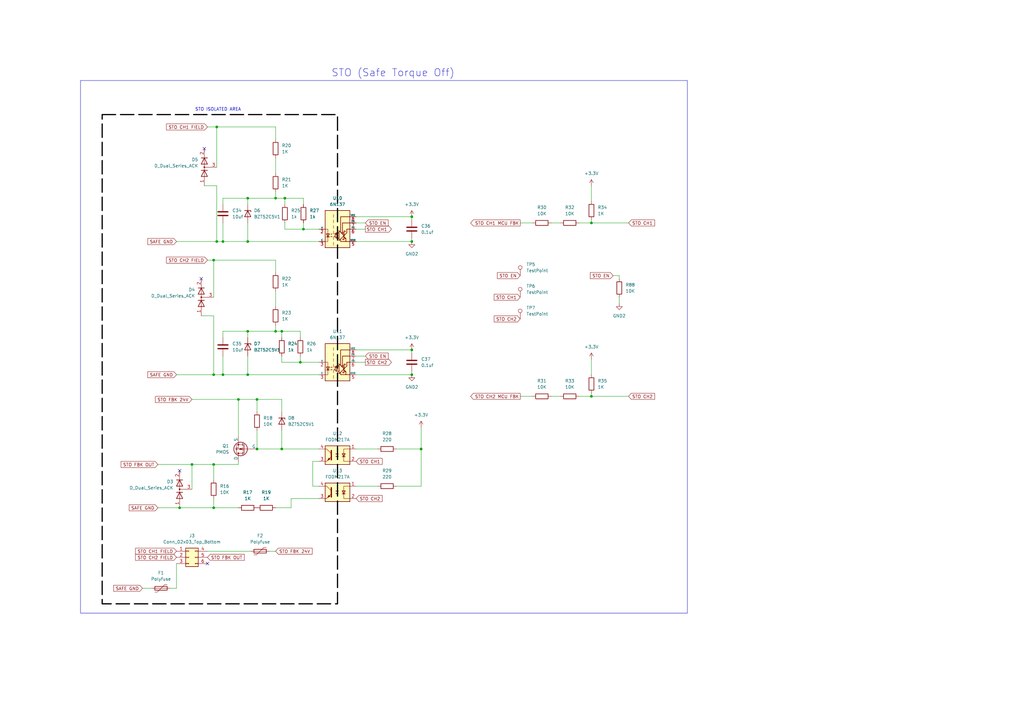
<source format=kicad_sch>
(kicad_sch (version 20231120) (generator "eeschema") (generator_version "8.0")
  (paper "A3")
  (lib_symbols
    (symbol "Connector:TestPoint" (pin_numbers hide) (pin_names (offset 0.762) hide)
      (property "Reference" "TP" (at 0 6.858 0))
      (property "Value" "TestPoint" (at 0 5.08 0))
      (symbol "TestPoint_0_1"
        (circle (center 0 3.302) (radius 0.762))
      )
      (symbol "TestPoint_1_1"
        (pin passive line (at 0 0 90) (length 2.54) (name "1") (number "1"))
      )
    )
    (symbol "Connector_Generic:Conn_02x03_Top_Bottom" (pin_names (offset 1.016) hide)
      (property "Reference" "J" (at 1.27 5.08 0))
      (property "Value" "Conn_02x03_Top_Bottom" (at 1.27 -5.08 0))
      (symbol "Conn_02x03_Top_Bottom_1_1"
        (rectangle (start -1.27 -2.413) (end 0 -2.667) (stroke (width 0.1524)))
        (rectangle (start -1.27 0.127) (end 0 -0.127) (stroke (width 0.1524)))
        (rectangle (start -1.27 2.667) (end 0 2.413) (stroke (width 0.1524)))
        (rectangle (start -1.27 3.81) (end 3.81 -3.81) (stroke (width 0.254)) (fill (type background)))
        (rectangle (start 3.81 -2.413) (end 2.54 -2.667) (stroke (width 0.1524)))
        (rectangle (start 3.81 0.127) (end 2.54 -0.127) (stroke (width 0.1524)))
        (rectangle (start 3.81 2.667) (end 2.54 2.413) (stroke (width 0.1524)))
        (pin passive line (at -5.08 2.54 0) (length 3.81) (name "Pin_1") (number "1"))
        (pin passive line (at -5.08 0 0) (length 3.81) (name "Pin_2") (number "2"))
        (pin passive line (at -5.08 -2.54 0) (length 3.81) (name "Pin_3") (number "3"))
        (pin passive line (at 7.62 2.54 180) (length 3.81) (name "Pin_4") (number "4"))
        (pin passive line (at 7.62 0 180) (length 3.81) (name "Pin_5") (number "5"))
        (pin passive line (at 7.62 -2.54 180) (length 3.81) (name "Pin_6") (number "6"))
      )
    )
    (symbol "Device:C" (pin_numbers hide) (pin_names (offset 0.254))
      (property "Reference" "C" (at 0.635 2.54 0))
      (property "Value" "C" (at 0.635 -2.54 0))
      (symbol "C_0_1"
        (polyline (pts (xy -2.032 -0.762) (xy 2.032 -0.762)) (stroke (width 0.508)))
        (polyline (pts (xy -2.032 0.762) (xy 2.032 0.762)) (stroke (width 0.508)))
      )
      (symbol "C_1_1"
        (pin passive line (at 0 3.81 270) (length 2.794) (name "~") (number "1"))
        (pin passive line (at 0 -3.81 90) (length 2.794) (name "~") (number "2"))
      )
    )
    (symbol "Device:D_Dual_Series_AKC" (pin_names (offset 0.762) hide)
      (property "Reference" "D" (at 1.27 -2.54 0))
      (property "Value" "D_Dual_Series_AKC" (at 0 2.54 0))
      (symbol "D_Dual_Series_AKC_0_1"
        (polyline (pts (xy -3.81 0) (xy 3.81 0)))
        (polyline (pts (xy 0 0) (xy 0 -2.54)))
        (polyline (pts (xy 6.35 0) (xy 7.62 0)))
        (polyline (pts (xy -1.27 -1.27) (xy -1.27 1.27) (xy -1.27 1.27)) (stroke (width 0.254)))
        (polyline (pts (xy 3.81 1.27) (xy 3.81 -1.27) (xy 3.81 -1.27)) (stroke (width 0.254)))
        (polyline (pts (xy -3.81 1.27) (xy -1.27 0) (xy -3.81 -1.27) (xy -3.81 1.27) (xy -3.81 1.27) (xy -3.81 1.27)) (stroke (width 0.254)))
        (polyline (pts (xy 1.27 1.27) (xy 3.81 0) (xy 1.27 -1.27) (xy 1.27 1.27) (xy 1.27 1.27) (xy 1.27 1.27)) (stroke (width 0.254)))
        (circle (center 0 0) (radius 0.254) (fill (type outline)))
        (pin passive line (at -7.62 0 0) (length 3.81) (name "A") (number "1"))
        (pin passive line (at 7.62 0 180) (length 3.81) (name "K") (number "2"))
        (pin passive line (at 0 -5.08 90) (length 2.54) (name "common") (number "3"))
      )
    )
    (symbol "Device:D_Zener" (pin_numbers hide) (pin_names (offset 1.016) hide)
      (property "Reference" "D" (at 0 2.54 0))
      (property "Value" "D_Zener" (at 0 -2.54 0))
      (symbol "D_Zener_0_1"
        (polyline (pts (xy 1.27 0) (xy -1.27 0)))
        (polyline (pts (xy -1.27 -1.27) (xy -1.27 1.27) (xy -0.762 1.27)) (stroke (width 0.254)))
        (polyline (pts (xy 1.27 -1.27) (xy 1.27 1.27) (xy -1.27 0) (xy 1.27 -1.27)) (stroke (width 0.254)))
      )
      (symbol "D_Zener_1_1"
        (pin passive line (at -3.81 0 0) (length 2.54) (name "K") (number "1"))
        (pin passive line (at 3.81 0 180) (length 2.54) (name "A") (number "2"))
      )
    )
    (symbol "Device:Polyfuse" (pin_numbers hide) (pin_names (offset 0))
      (property "Reference" "F" (at -2.54 0 90))
      (property "Value" "Polyfuse" (at 2.54 0 90))
      (symbol "Polyfuse_0_1"
        (rectangle (start -0.762 2.54) (end 0.762 -2.54) (stroke (width 0.254)))
        (polyline (pts (xy 0 2.54) (xy 0 -2.54)))
        (polyline (pts (xy -1.524 2.54) (xy -1.524 1.524) (xy 1.524 -1.524) (xy 1.524 -2.54)))
      )
      (symbol "Polyfuse_1_1"
        (pin passive line (at 0 3.81 270) (length 1.27) (name "~") (number "1"))
        (pin passive line (at 0 -3.81 90) (length 1.27) (name "~") (number "2"))
      )
    )
    (symbol "Device:R" (pin_numbers hide) (pin_names (offset 0))
      (property "Reference" "R" (at 2.032 0 90))
      (property "Value" "R" (at 0 0 90))
      (symbol "R_0_1"
        (rectangle (start -1.016 -2.54) (end 1.016 2.54) (stroke (width 0.254)))
      )
      (symbol "R_1_1"
        (pin passive line (at 0 3.81 270) (length 1.27) (name "~") (number "1"))
        (pin passive line (at 0 -3.81 90) (length 1.27) (name "~") (number "2"))
      )
    )
    (symbol "Isolator:6N137" (pin_names (offset 0))
      (property "Reference" "U" (at -4.064 8.89 0))
      (property "Value" "6N137" (at 0 -8.89 0))
      (symbol "6N137_0_1"
        (polyline (pts (xy 2.667 -3.556) (xy 2.667 -1.651)) (stroke (width 0.254)))
        (polyline (pts (xy 2.667 -2.159) (xy 2.667 -2.921)) (stroke (width 0.254)))
        (polyline (pts (xy 3.429 -3.937) (xy 3.429 -5.08)) (stroke (width 0.254)))
        (polyline (pts (xy -0.635 -3.302) (xy -0.635 -3.683) (xy 0.635 -3.683)) (stroke (width 0.254)))
        (polyline (pts (xy -0.635 -1.905) (xy -0.635 -1.524) (xy 0.508 -1.524)) (stroke (width 0.254)))
        (polyline (pts (xy 1.27 -4.064) (xy 1.27 -5.08) (xy 5.08 -5.08)) (stroke (width 0.254)))
        (polyline (pts (xy 1.27 -1.27) (xy 1.27 5.08) (xy 5.08 5.08)) (stroke (width 0.254)))
        (polyline (pts (xy 2.032 -1.27) (xy 2.032 2.54) (xy 5.08 2.54)) (stroke (width 0.254)))
        (polyline (pts (xy -5.08 -5.08) (xy -3.937 -5.08) (xy -3.937 0) (xy -5.08 0)))
        (polyline (pts (xy 2.667 -3.302) (xy 2.667 -4.318) (xy 2.159 -4.318) (xy 2.159 -3.937)) (stroke (width 0.254)))
        (polyline (pts (xy 2.667 -2.667) (xy 0.635 -4.699) (xy 0.635 -0.635) (xy 2.667 -2.667)) (stroke (width 0.254)))
        (polyline (pts (xy 2.667 -1.778) (xy 2.667 -0.762) (xy 3.175 -0.762) (xy 3.175 -1.143)) (stroke (width 0.254)))
        (polyline (pts (xy 2.794 -2.54) (xy 3.81 -1.524) (xy 3.81 0) (xy 5.08 0)) (stroke (width 0.254)))
        (polyline (pts (xy 2.667 -3.175) (xy 3.429 -3.937) (xy 3.302 -3.556) (xy 3.048 -3.81) (xy 3.429 -3.937)) (stroke (width 0.254)))
        (circle (center 2.032 -1.524) (radius 0.254) (stroke (width 0.254)))
      )
      (symbol "6N137_1_1"
        (rectangle (start -5.08 7.62) (end 5.08 -7.62) (stroke (width 0.254)) (fill (type background)))
        (polyline (pts (xy -4.572 -3.175) (xy -3.302 -3.175)) (stroke (width 0.254)))
        (polyline (pts (xy -1.651 -5.334) (xy -1.651 -6.604)))
        (polyline (pts (xy -1.651 -3.048) (xy -1.651 -4.318)))
        (polyline (pts (xy -1.651 -0.762) (xy -1.651 -2.032)))
        (polyline (pts (xy -1.651 1.524) (xy -1.651 0.254)))
        (polyline (pts (xy -1.651 3.81) (xy -1.651 2.54)))
        (polyline (pts (xy -1.651 6.096) (xy -1.651 4.826)))
        (polyline (pts (xy -1.27 -1.905) (xy 0 -1.905)) (stroke (width 0.254)))
        (polyline (pts (xy -3.937 -3.175) (xy -4.572 -1.905) (xy -3.302 -1.905) (xy -3.937 -3.175)) (stroke (width 0.254)))
        (polyline (pts (xy -0.635 -1.905) (xy -1.27 -3.175) (xy 0 -3.175) (xy -0.635 -1.905)) (stroke (width 0.254)))
        (polyline (pts (xy -2.921 -3.048) (xy -2.159 -3.048) (xy -2.54 -3.175) (xy -2.54 -2.921) (xy -2.159 -3.048)) (stroke (width 0.127)))
        (polyline (pts (xy -2.921 -2.032) (xy -2.159 -2.032) (xy -2.54 -2.159) (xy -2.54 -1.905) (xy -2.159 -2.032)) (stroke (width 0.127)))
        (pin no_connect line (at -5.08 5.08 0) (length 2.54) hide (name "NC") (number "1"))
        (pin passive line (at -7.62 0 0) (length 2.54) (name "A") (number "2"))
        (pin passive line (at -7.62 -5.08 0) (length 2.54) (name "C") (number "3"))
        (pin power_in line (at 7.62 -5.08 180) (length 2.54) (name "GND") (number "5"))
        (pin open_collector line (at 7.62 0 180) (length 2.54) (name "VO") (number "6"))
        (pin input line (at 7.62 2.54 180) (length 2.54) (name "EN") (number "7"))
        (pin power_in line (at 7.62 5.08 180) (length 2.54) (name "VCC") (number "8"))
      )
    )
    (symbol "Isolator:FODM217A"
      (property "Reference" "U" (at -5.08 5.08 0))
      (property "Value" "FODM217A" (at 0 5.08 0))
      (symbol "FODM217A_0_1"
        (rectangle (start -5.08 3.81) (end 5.08 -3.81) (stroke (width 0.254)) (fill (type background)))
        (polyline (pts (xy -3.175 -0.635) (xy -1.905 -0.635)) (stroke (width 0.254)))
        (polyline (pts (xy 2.54 0.635) (xy 4.445 2.54)))
        (polyline (pts (xy 4.445 -2.54) (xy 2.54 -0.635)) (fill (type outline)))
        (polyline (pts (xy 4.445 -2.54) (xy 5.08 -2.54)))
        (polyline (pts (xy 4.445 2.54) (xy 5.08 2.54)))
        (polyline (pts (xy -5.08 2.54) (xy -2.54 2.54) (xy -2.54 -0.635)))
        (polyline (pts (xy -2.54 -0.635) (xy -2.54 -2.54) (xy -5.08 -2.54)))
        (polyline (pts (xy 2.54 1.905) (xy 2.54 -1.905) (xy 2.54 -1.905)) (stroke (width 0.508)))
        (polyline (pts (xy -2.54 -0.635) (xy -3.175 0.635) (xy -1.905 0.635) (xy -2.54 -0.635)) (stroke (width 0.254)))
        (polyline (pts (xy -0.508 -0.508) (xy 0.762 -0.508) (xy 0.381 -0.635) (xy 0.381 -0.381) (xy 0.762 -0.508)))
        (polyline (pts (xy -0.508 0.508) (xy 0.762 0.508) (xy 0.381 0.381) (xy 0.381 0.635) (xy 0.762 0.508)))
        (polyline (pts (xy 3.048 -1.651) (xy 3.556 -1.143) (xy 4.064 -2.159) (xy 3.048 -1.651) (xy 3.048 -1.651)) (fill (type outline)))
      )
      (symbol "FODM217A_1_1"
        (pin passive line (at -7.62 2.54 0) (length 2.54) (name "~") (number "1"))
        (pin passive line (at -7.62 -2.54 0) (length 2.54) (name "~") (number "2"))
        (pin passive line (at 7.62 -2.54 180) (length 2.54) (name "~") (number "3"))
        (pin passive line (at 7.62 2.54 180) (length 2.54) (name "~") (number "4"))
      )
    )
    (symbol "Simulation_SPICE:PMOS" (pin_numbers hide) (pin_names (offset 0))
      (property "Reference" "Q8" (at 6.35 -1.27 0))
      (property "Value" "PMOS" (at 6.35 1.27 0))
      (symbol "PMOS_0_1"
        (polyline (pts (xy 0.254 0) (xy -2.54 0)))
        (polyline (pts (xy 0.254 1.905) (xy 0.254 -1.905)) (stroke (width 0.254)))
        (polyline (pts (xy 0.762 -1.27) (xy 0.762 -2.286)) (stroke (width 0.254)))
        (polyline (pts (xy 0.762 0.508) (xy 0.762 -0.508)) (stroke (width 0.254)))
        (polyline (pts (xy 0.762 2.286) (xy 0.762 1.27)) (stroke (width 0.254)))
        (polyline (pts (xy 2.54 2.54) (xy 2.54 1.778)))
        (polyline (pts (xy 2.54 -2.54) (xy 2.54 0) (xy 0.762 0)))
        (polyline (pts (xy 0.762 1.778) (xy 3.302 1.778) (xy 3.302 -1.778) (xy 0.762 -1.778)))
        (polyline (pts (xy 2.286 0) (xy 1.27 0.381) (xy 1.27 -0.381) (xy 2.286 0)) (fill (type outline)))
        (polyline (pts (xy 2.794 -0.508) (xy 2.921 -0.381) (xy 3.683 -0.381) (xy 3.81 -0.254)))
        (polyline (pts (xy 3.302 -0.381) (xy 2.921 0.254) (xy 3.683 0.254) (xy 3.302 -0.381)))
        (circle (center 1.651 0) (radius 2.794) (stroke (width 0.254)))
        (circle (center 2.54 -1.778) (radius 0.254) (fill (type outline)))
        (circle (center 2.54 1.778) (radius 0.254) (fill (type outline)))
      )
      (symbol "PMOS_1_1"
        (pin passive line (at 2.54 -5.08 90) (length 2.54) (name "S") (number "1"))
        (pin passive line (at 2.54 -5.08 90) (length 2.54) hide (name "S") (number "2"))
        (pin passive line (at 2.54 -5.08 90) (length 2.54) hide (name "S") (number "3"))
        (pin input line (at -5.08 0 0) (length 2.54) (name "G") (number "4"))
        (pin passive line (at 2.54 5.08 270) (length 2.54) (name "D") (number "5"))
        (pin passive line (at 2.54 5.08 270) (length 2.54) hide (name "D") (number "6"))
        (pin passive line (at 2.54 5.08 270) (length 2.54) hide (name "D") (number "7"))
        (pin passive line (at 2.54 5.08 270) (length 2.54) hide (name "D") (number "8"))
      )
    )
    (symbol "power:+3.3V" (power) (pin_names (offset 0))
      (property "Value" "+3.3V" (at 0 3.556 0))
      (symbol "+3.3V_0_1"
        (polyline (pts (xy -0.762 1.27) (xy 0 2.54)))
        (polyline (pts (xy 0 0) (xy 0 2.54)))
        (polyline (pts (xy 0 2.54) (xy 0.762 1.27)))
      )
      (symbol "+3.3V_1_1"
        (pin power_in line (at 0 0 90) (length 0) hide (name "+3.3V") (number "1"))
      )
    )
    (symbol "power:GND2" (power) (pin_names (offset 0))
      (property "Value" "GND2" (at 0 -3.81 0))
      (symbol "GND2_0_1"
        (polyline (pts (xy 0 0) (xy 0 -1.27) (xy 1.27 -1.27) (xy 0 -2.54) (xy -1.27 -1.27) (xy 0 -1.27)))
      )
      (symbol "GND2_1_1"
        (pin power_in line (at 0 0 270) (length 0) hide (name "GND2") (number "1"))
      )
    )
  )
  (junction (at 101.6 99.06))
  (junction (at 97.79 163.83))
  (junction (at 105.41 184.15))
  (junction (at 115.57 135.89))
  (junction (at 172.72 184.15))
  (junction (at 101.6 81.28))
  (junction (at 113.03 81.28))
  (junction (at 87.63 106.68))
  (junction (at 168.91 143.51))
  (junction (at 168.91 153.67))
  (junction (at 113.03 135.89))
  (junction (at 87.63 153.67))
  (junction (at 168.91 88.9))
  (junction (at 87.63 208.28))
  (junction (at 242.57 91.44))
  (junction (at 88.9 99.06))
  (junction (at 91.44 153.67))
  (junction (at 115.57 184.15))
  (junction (at 105.41 163.83))
  (junction (at 101.6 153.67))
  (junction (at 242.57 162.56))
  (junction (at 87.63 190.5))
  (junction (at 88.9 52.07))
  (junction (at 124.46 93.98))
  (junction (at 168.91 99.06))
  (junction (at 101.6 135.89))
  (junction (at 73.66 208.28))
  (junction (at 78.74 190.5))
  (junction (at 91.44 99.06))
  (junction (at 116.84 81.28))
  (junction (at 123.19 148.59))
  (no_connect (at 73.66 193.04))
  (no_connect (at 82.55 114.3))
  (no_connect (at 85.09 231.14))
  (no_connect (at 83.82 60.96))
  (wire (pts (xy 123.19 135.89) (xy 115.57 135.89)))
  (wire (pts (xy 146.05 91.44) (xy 149.86 91.44)))
  (wire (pts (xy 146.05 88.9) (xy 168.91 88.9)))
  (wire (pts (xy 115.57 163.83) (xy 105.41 163.83)))
  (wire (pts (xy 78.74 190.5) (xy 87.63 190.5)))
  (wire (pts (xy 87.63 153.67) (xy 91.44 153.67)))
  (wire (pts (xy 105.41 168.91) (xy 105.41 163.83)))
  (wire (pts (xy 115.57 146.05) (xy 115.57 148.59)))
  (wire (pts (xy 87.63 106.68) (xy 87.63 121.92)))
  (wire (pts (xy 146.05 99.06) (xy 168.91 99.06)))
  (wire (pts (xy 101.6 81.28) (xy 113.03 81.28)))
  (wire (pts (xy 146.05 93.98) (xy 149.86 93.98)))
  (wire (pts (xy 78.74 163.83) (xy 97.79 163.83)))
  (wire (pts (xy 146.05 146.05) (xy 149.86 146.05)))
  (wire (pts (xy 119.38 208.28) (xy 119.38 204.47)))
  (wire (pts (xy 85.09 106.68) (xy 87.63 106.68)))
  (wire (pts (xy 146.05 184.15) (xy 154.94 184.15)))
  (wire (pts (xy 237.49 162.56) (xy 242.57 162.56)))
  (wire (pts (xy 58.42 241.3) (xy 62.23 241.3)))
  (wire (pts (xy 168.91 88.9) (xy 168.91 90.17)))
  (wire (pts (xy 101.6 81.28) (xy 101.6 83.82)))
  (wire (pts (xy 85.09 52.07) (xy 88.9 52.07)))
  (wire (pts (xy 91.44 83.82) (xy 91.44 81.28)))
  (wire (pts (xy 254 114.3) (xy 254 113.03)))
  (wire (pts (xy 226.06 91.44) (xy 229.87 91.44)))
  (wire (pts (xy 124.46 93.98) (xy 130.81 93.98)))
  (wire (pts (xy 91.44 81.28) (xy 101.6 81.28)))
  (wire (pts (xy 116.84 91.44) (xy 116.84 93.98)))
  (wire (pts (xy 97.79 163.83) (xy 105.41 163.83)))
  (wire (pts (xy 113.03 133.35) (xy 113.03 135.89)))
  (wire (pts (xy 82.55 129.54) (xy 87.63 129.54)))
  (wire (pts (xy 69.85 241.3) (xy 72.39 241.3)))
  (wire (pts (xy 72.39 153.67) (xy 87.63 153.67)))
  (wire (pts (xy 97.79 163.83) (xy 97.79 179.07)))
  (wire (pts (xy 162.56 199.39) (xy 172.72 199.39)))
  (wire (pts (xy 124.46 83.82) (xy 124.46 81.28)))
  (wire (pts (xy 115.57 176.53) (xy 115.57 184.15)))
  (wire (pts (xy 87.63 106.68) (xy 113.03 106.68)))
  (wire (pts (xy 87.63 190.5) (xy 97.79 190.5)))
  (wire (pts (xy 101.6 135.89) (xy 113.03 135.89)))
  (wire (pts (xy 116.84 81.28) (xy 113.03 81.28)))
  (wire (pts (xy 128.27 199.39) (xy 128.27 189.23)))
  (wire (pts (xy 88.9 76.2) (xy 88.9 99.06)))
  (wire (pts (xy 73.66 208.28) (xy 87.63 208.28)))
  (wire (pts (xy 123.19 138.43) (xy 123.19 135.89)))
  (wire (pts (xy 113.03 208.28) (xy 119.38 208.28)))
  (wire (pts (xy 115.57 148.59) (xy 123.19 148.59)))
  (wire (pts (xy 113.03 119.38) (xy 113.03 125.73)))
  (wire (pts (xy 87.63 190.5) (xy 87.63 196.85)))
  (wire (pts (xy 101.6 153.67) (xy 130.81 153.67)))
  (wire (pts (xy 64.77 208.28) (xy 73.66 208.28)))
  (wire (pts (xy 168.91 143.51) (xy 168.91 144.78)))
  (wire (pts (xy 83.82 76.2) (xy 88.9 76.2)))
  (wire (pts (xy 88.9 99.06) (xy 91.44 99.06)))
  (wire (pts (xy 87.63 208.28) (xy 97.79 208.28)))
  (wire (pts (xy 88.9 52.07) (xy 113.03 52.07)))
  (wire (pts (xy 168.91 153.67) (xy 168.91 152.4)))
  (wire (pts (xy 101.6 91.44) (xy 101.6 99.06)))
  (wire (pts (xy 123.19 148.59) (xy 130.81 148.59)))
  (wire (pts (xy 91.44 99.06) (xy 101.6 99.06)))
  (wire (pts (xy 242.57 147.32) (xy 242.57 153.67)))
  (wire (pts (xy 213.36 162.56) (xy 218.44 162.56)))
  (wire (pts (xy 146.05 153.67) (xy 168.91 153.67)))
  (wire (pts (xy 64.77 190.5) (xy 78.74 190.5)))
  (wire (pts (xy 242.57 161.29) (xy 242.57 162.56)))
  (wire (pts (xy 172.72 199.39) (xy 172.72 184.15)))
  (wire (pts (xy 102.87 226.06) (xy 85.09 226.06)))
  (wire (pts (xy 113.03 52.07) (xy 113.03 57.15)))
  (wire (pts (xy 91.44 146.05) (xy 91.44 153.67)))
  (wire (pts (xy 115.57 135.89) (xy 115.57 138.43)))
  (wire (pts (xy 91.44 91.44) (xy 91.44 99.06)))
  (wire (pts (xy 146.05 143.51) (xy 168.91 143.51)))
  (wire (pts (xy 115.57 135.89) (xy 113.03 135.89)))
  (wire (pts (xy 88.9 68.58) (xy 88.9 52.07)))
  (wire (pts (xy 101.6 146.05) (xy 101.6 153.67)))
  (wire (pts (xy 91.44 153.67) (xy 101.6 153.67)))
  (wire (pts (xy 113.03 78.74) (xy 113.03 81.28)))
  (wire (pts (xy 124.46 91.44) (xy 124.46 93.98)))
  (wire (pts (xy 213.36 91.44) (xy 218.44 91.44)))
  (wire (pts (xy 87.63 204.47) (xy 87.63 208.28)))
  (wire (pts (xy 242.57 76.2) (xy 242.57 82.55)))
  (wire (pts (xy 168.91 99.06) (xy 168.91 97.79)))
  (wire (pts (xy 226.06 162.56) (xy 229.87 162.56)))
  (wire (pts (xy 251.46 113.03) (xy 254 113.03)))
  (wire (pts (xy 105.41 176.53) (xy 105.41 184.15)))
  (wire (pts (xy 242.57 162.56) (xy 257.81 162.56)))
  (wire (pts (xy 162.56 184.15) (xy 172.72 184.15)))
  (wire (pts (xy 115.57 184.15) (xy 130.81 184.15)))
  (wire (pts (xy 91.44 135.89) (xy 101.6 135.89)))
  (wire (pts (xy 87.63 129.54) (xy 87.63 153.67)))
  (wire (pts (xy 116.84 81.28) (xy 116.84 83.82)))
  (wire (pts (xy 105.41 184.15) (xy 115.57 184.15)))
  (wire (pts (xy 237.49 91.44) (xy 242.57 91.44)))
  (wire (pts (xy 172.72 184.15) (xy 172.72 175.26)))
  (wire (pts (xy 116.84 93.98) (xy 124.46 93.98)))
  (wire (pts (xy 146.05 199.39) (xy 154.94 199.39)))
  (wire (pts (xy 115.57 168.91) (xy 115.57 163.83)))
  (wire (pts (xy 254 121.92) (xy 254 124.46)))
  (wire (pts (xy 124.46 81.28) (xy 116.84 81.28)))
  (wire (pts (xy 113.03 106.68) (xy 113.03 111.76)))
  (wire (pts (xy 146.05 148.59) (xy 149.86 148.59)))
  (wire (pts (xy 78.74 190.5) (xy 78.74 200.66)))
  (wire (pts (xy 101.6 99.06) (xy 130.81 99.06)))
  (wire (pts (xy 101.6 135.89) (xy 101.6 138.43)))
  (wire (pts (xy 123.19 146.05) (xy 123.19 148.59)))
  (wire (pts (xy 91.44 138.43) (xy 91.44 135.89)))
  (wire (pts (xy 242.57 91.44) (xy 257.81 91.44)))
  (wire (pts (xy 97.79 189.23) (xy 97.79 190.5)))
  (wire (pts (xy 130.81 199.39) (xy 128.27 199.39)))
  (wire (pts (xy 113.03 64.77) (xy 113.03 71.12)))
  (wire (pts (xy 113.03 226.06) (xy 110.49 226.06)))
  (wire (pts (xy 128.27 189.23) (xy 130.81 189.23)))
  (wire (pts (xy 119.38 204.47) (xy 130.81 204.47)))
  (wire (pts (xy 72.39 241.3) (xy 72.39 231.14)))
  (wire (pts (xy 242.57 90.17) (xy 242.57 91.44)))
  (wire (pts (xy 72.39 99.06) (xy 88.9 99.06)))
  (rectangle (start 41.91 46.99) (end 138.43 247.65) (stroke (width 0.5) (type dash) (color 0 0 0 0.14)))
  (rectangle (start 33.02 33.02) (end 281.94 251.46))
  (text "STO (Safe Torque Off)" (at 135.89 31.75 0) (effects (font (size 3 3)) (justify left bottom)))
  (text "STO ISOLATED AREA" (at 80.01 45.72 0) (effects (font (size 1.27 1.27)) (justify left bottom)))
  (global_label "STO CH1 FIELD" (shape input) (at 85.09 52.07 180) (property "Intersheetrefs" "${INTERSHEET_REFS}" (effects (hide yes))))
  (global_label "SAFE GND" (shape input) (at 58.42 241.3 180) (property "Intersheetrefs" "${INTERSHEET_REFS}" (effects (hide yes))))
  (global_label "STO CH2" (shape input) (at 146.05 204.47 0) (property "Intersheetrefs" "${INTERSHEET_REFS}" (effects (hide yes))))
  (global_label "STO EN" (shape input) (at 251.46 113.03 180) (property "Intersheetrefs" "${INTERSHEET_REFS}" (effects (hide yes))))
  (global_label "STO CH1" (shape input) (at 257.81 91.44 0) (property "Intersheetrefs" "${INTERSHEET_REFS}" (effects (hide yes))))
  (global_label "STO EN" (shape input) (at 149.86 146.05 0) (property "Intersheetrefs" "${INTERSHEET_REFS}" (effects (hide yes))))
  (global_label "STO CH1 MCU FBK" (shape output) (at 213.36 91.44 180) (property "Intersheetrefs" "${INTERSHEET_REFS}" (effects (hide yes))))
  (global_label "STO EN" (shape input) (at 213.36 113.03 180) (property "Intersheetrefs" "${INTERSHEET_REFS}" (effects (hide yes))))
  (global_label "STO CH2" (shape output) (at 149.86 148.59 0) (property "Intersheetrefs" "${INTERSHEET_REFS}" (effects (hide yes))))
  (global_label "STO FBK OUT" (shape input) (at 85.09 228.6 0) (property "Intersheetrefs" "${INTERSHEET_REFS}" (effects (hide yes))))
  (global_label "STO CH2" (shape input) (at 213.36 130.81 180) (property "Intersheetrefs" "${INTERSHEET_REFS}" (effects (hide yes))))
  (global_label "STO CH2" (shape input) (at 257.81 162.56 0) (property "Intersheetrefs" "${INTERSHEET_REFS}" (effects (hide yes))))
  (global_label "SAFE GND" (shape input) (at 64.77 208.28 180) (property "Intersheetrefs" "${INTERSHEET_REFS}" (effects (hide yes))))
  (global_label "STO CH1" (shape input) (at 146.05 189.23 0) (property "Intersheetrefs" "${INTERSHEET_REFS}" (effects (hide yes))))
  (global_label "STO CH2 FIELD" (shape input) (at 85.09 106.68 180) (property "Intersheetrefs" "${INTERSHEET_REFS}" (effects (hide yes))))
  (global_label "STO CH2 FIELD" (shape input) (at 72.39 228.6 180) (property "Intersheetrefs" "${INTERSHEET_REFS}" (effects (hide yes))))
  (global_label "STO FBK OUT" (shape input) (at 64.77 190.5 180) (property "Intersheetrefs" "${INTERSHEET_REFS}" (effects (hide yes))))
  (global_label "STO CH1 FIELD" (shape input) (at 72.39 226.06 180) (property "Intersheetrefs" "${INTERSHEET_REFS}" (effects (hide yes))))
  (global_label "STO CH2 MCU FBK" (shape output) (at 213.36 162.56 180) (property "Intersheetrefs" "${INTERSHEET_REFS}" (effects (hide yes))))
  (global_label "STO FBK 24V" (shape input) (at 78.74 163.83 180) (property "Intersheetrefs" "${INTERSHEET_REFS}" (effects (hide yes))))
  (global_label "SAFE GND" (shape input) (at 72.39 153.67 180) (property "Intersheetrefs" "${INTERSHEET_REFS}" (effects (hide yes))))
  (global_label "STO CH1" (shape input) (at 213.36 121.92 180) (property "Intersheetrefs" "${INTERSHEET_REFS}" (effects (hide yes))))
  (global_label "STO CH1" (shape output) (at 149.86 93.98 0) (property "Intersheetrefs" "${INTERSHEET_REFS}" (effects (hide yes))))
  (global_label "STO FBK 24V" (shape input) (at 113.03 226.06 0) (property "Intersheetrefs" "${INTERSHEET_REFS}" (effects (hide yes))))
  (global_label "SAFE GND" (shape input) (at 72.39 99.06 180) (property "Intersheetrefs" "${INTERSHEET_REFS}" (effects (hide yes))))
  (global_label "STO EN" (shape input) (at 149.86 91.44 0) (property "Intersheetrefs" "${INTERSHEET_REFS}" (effects (hide yes))))
  (symbol (lib_id "Device:D_Dual_Series_AKC") (at 82.55 121.92 90) (unit 1)
    (property "Reference" "D4" (at 80.01 118.8085 90) (effects (justify left)))
    (property "Value" "D_Dual_Series_ACK" (at 80.01 121.3485 90) (effects (justify left)))
    (property "Footprint" "Package_TO_SOT_SMD:SOT-23" (effects (hide yes)))
  )
  (symbol (lib_id "Device:R") (at 105.41 172.72 180) (unit 1)
    (property "Reference" "R18" (at 107.95 171.45 0) (effects (justify right)))
    (property "Value" "10K" (at 107.95 173.99 0) (effects (justify right)))
    (property "Footprint" "Resistor_SMD:R_0603_1608Metric" (effects (hide yes)))
  )
  (symbol (lib_id "Connector:TestPoint") (at 213.36 121.92 0) (unit 1)
    (property "Reference" "TP6" (at 215.9 117.348 0) (effects (justify left)))
    (property "Value" "TestPoint" (at 215.9 119.888 0) (effects (justify left)))
    (property "Footprint" "footprints:TestPoint_Pad_3.1x1.6mm" (effects (hide yes)))
  )
  (symbol (lib_id "Device:R") (at 109.22 208.28 90) (unit 1)
    (property "Reference" "R19" (at 109.22 201.93 90))
    (property "Value" "1K" (at 109.22 204.47 90))
    (property "Footprint" "Resistor_SMD:R_0603_1608Metric" (effects (hide yes)))
  )
  (symbol (lib_id "Connector:TestPoint") (at 213.36 113.03 0) (unit 1)
    (property "Reference" "TP5" (at 215.9 108.458 0) (effects (justify left)))
    (property "Value" "TestPoint" (at 215.9 110.998 0) (effects (justify left)))
    (property "Footprint" "footprints:TestPoint_Pad_3.1x1.6mm" (effects (hide yes)))
  )
  (symbol (lib_id "Device:R") (at 254 118.11 180) (unit 1)
    (property "Reference" "R88" (at 256.54 116.8399 0) (effects (justify right)))
    (property "Value" "10K" (at 256.54 119.3799 0) (effects (justify right)))
    (property "Footprint" "Resistor_SMD:R_0603_1608Metric" (effects (hide yes)))
  )
  (symbol (lib_id "Connector_Generic:Conn_02x03_Top_Bottom") (at 77.47 228.6 0) (unit 1)
    (property "Reference" "J3" (at 78.74 219.71 0))
    (property "Value" "Conn_02x03_Top_Bottom" (at 78.74 222.25 0))
    (property "Footprint" "Connector_Molex:Molex_Mini-Fit_Jr_5569-06A2_2x03_P4.20mm_Horizontal" (effects (hide yes)))
  )
  (symbol (lib_id "Device:R") (at 113.03 60.96 0) (unit 1)
    (property "Reference" "R20" (at 115.57 59.69 0) (effects (justify left)))
    (property "Value" "1K" (at 115.57 62.23 0) (effects (justify left)))
    (property "Footprint" "Resistor_SMD:R_0603_1608Metric" (effects (hide yes)))
  )
  (symbol (lib_id "Device:R") (at 123.19 142.24 0) (unit 1)
    (property "Reference" "R26" (at 125.73 140.97 0) (effects (justify left)))
    (property "Value" "1k" (at 125.73 143.51 0) (effects (justify left)))
    (property "Footprint" "Resistor_SMD:R_0603_1608Metric" (effects (hide yes)))
  )
  (symbol (lib_id "Device:C") (at 91.44 142.24 0) (unit 1)
    (property "Reference" "C35" (at 95.25 140.97 0) (effects (justify left)))
    (property "Value" "10uf" (at 95.25 143.51 0) (effects (justify left)))
    (property "Footprint" "Capacitor_SMD:C_0805_2012Metric" (effects (hide yes)))
  )
  (symbol (lib_id "Device:R") (at 222.25 162.56 90) (unit 1)
    (property "Reference" "R31" (at 222.25 156.21 90))
    (property "Value" "10K" (at 222.25 158.75 90))
    (property "Footprint" "Resistor_SMD:R_0603_1608Metric" (effects (hide yes)))
  )
  (symbol (lib_id "power:+3.3V") (at 242.57 76.2 0) (unit 1)
    (property "Reference" "#PWR048" (effects (hide yes)))
    (property "Value" "+3.3V" (at 242.57 71.12 0))
  )
  (symbol (lib_id "Device:R") (at 124.46 87.63 0) (unit 1)
    (property "Reference" "R27" (at 127 86.36 0) (effects (justify left)))
    (property "Value" "1k" (at 127 88.9 0) (effects (justify left)))
    (property "Footprint" "Resistor_SMD:R_0603_1608Metric" (effects (hide yes)))
  )
  (symbol (lib_id "Device:R") (at 233.68 162.56 90) (unit 1)
    (property "Reference" "R33" (at 233.68 156.21 90))
    (property "Value" "10K" (at 233.68 158.75 90))
    (property "Footprint" "Resistor_SMD:R_0603_1608Metric" (effects (hide yes)))
  )
  (symbol (lib_id "Device:R") (at 113.03 115.57 0) (unit 1)
    (property "Reference" "R22" (at 115.57 114.3 0) (effects (justify left)))
    (property "Value" "1K" (at 115.57 116.84 0) (effects (justify left)))
    (property "Footprint" "Resistor_SMD:R_0603_1608Metric" (effects (hide yes)))
  )
  (symbol (lib_id "power:+3.3V") (at 242.57 147.32 0) (unit 1)
    (property "Reference" "#PWR049" (effects (hide yes)))
    (property "Value" "+3.3V" (at 242.57 142.24 0))
  )
  (symbol (lib_id "power:+3.3V") (at 172.72 175.26 0) (unit 1)
    (property "Reference" "#PWR047" (effects (hide yes)))
    (property "Value" "+3.3V" (at 172.72 170.18 0))
  )
  (symbol (lib_id "Device:R") (at 233.68 91.44 90) (unit 1)
    (property "Reference" "R32" (at 233.68 85.09 90))
    (property "Value" "10K" (at 233.68 87.63 90))
    (property "Footprint" "Resistor_SMD:R_0603_1608Metric" (effects (hide yes)))
  )
  (symbol (lib_id "Device:R") (at 101.6 208.28 90) (unit 1)
    (property "Reference" "R17" (at 101.6 201.93 90))
    (property "Value" "1K" (at 101.6 204.47 90))
    (property "Footprint" "Resistor_SMD:R_0603_1608Metric" (effects (hide yes)))
  )
  (symbol (lib_id "Device:R") (at 113.03 74.93 0) (unit 1)
    (property "Reference" "R21" (at 115.57 73.66 0) (effects (justify left)))
    (property "Value" "1K" (at 115.57 76.2 0) (effects (justify left)))
    (property "Footprint" "Resistor_SMD:R_0603_1608Metric" (effects (hide yes)))
  )
  (symbol (lib_id "Device:R") (at 158.75 184.15 90) (unit 1)
    (property "Reference" "R28" (at 158.75 177.8 90))
    (property "Value" "220" (at 158.75 180.34 90))
    (property "Footprint" "Resistor_SMD:R_0603_1608Metric" (effects (hide yes)))
  )
  (symbol (lib_id "Isolator:6N137") (at 138.43 148.59 0) (unit 1)
    (property "Reference" "U11" (at 138.43 135.89 0))
    (property "Value" "6N137" (at 138.43 138.43 0))
    (property "Footprint" "footprints:6N137S_LTO" (effects (hide yes)))
    (property "Datasheet" "https://docs.broadcom.com/docs/AV02-0940EN" (effects (hide yes)))
  )
  (symbol (lib_id "Device:C") (at 168.91 148.59 0) (unit 1)
    (property "Reference" "C37" (at 172.72 147.32 0) (effects (justify left)))
    (property "Value" "0.1uf" (at 172.72 149.86 0) (effects (justify left)))
    (property "Footprint" "Capacitor_SMD:C_0603_1608Metric" (effects (hide yes)))
  )
  (symbol (lib_id "Device:Polyfuse") (at 66.04 241.3 90) (unit 1)
    (property "Reference" "F1" (at 66.04 234.95 90))
    (property "Value" "Polyfuse" (at 66.04 237.49 90))
    (property "Footprint" "Fuse:Fuse_1206_3216Metric" (effects (hide yes)))
  )
  (symbol (lib_id "Device:R") (at 242.57 86.36 0) (unit 1)
    (property "Reference" "R34" (at 245.11 85.09 0) (effects (justify left)))
    (property "Value" "1K" (at 245.11 87.63 0) (effects (justify left)))
    (property "Footprint" "Resistor_SMD:R_0603_1608Metric" (effects (hide yes)))
  )
  (symbol (lib_id "Device:D_Dual_Series_AKC") (at 73.66 200.66 90) (unit 1)
    (property "Reference" "D3" (at 71.12 197.5485 90) (effects (justify left)))
    (property "Value" "D_Dual_Series_ACK" (at 71.12 200.0885 90) (effects (justify left)))
    (property "Footprint" "Package_TO_SOT_SMD:SOT-23" (effects (hide yes)))
  )
  (symbol (lib_id "Simulation_SPICE:PMOS") (at 100.33 184.15 180) (unit 1)
    (property "Reference" "Q1" (at 93.98 182.88 0) (effects (justify left)))
    (property "Value" "PMOS" (at 93.98 185.42 0) (effects (justify left)))
    (property "Footprint" "Package_SO:SOIC-8_3.9x4.9mm_P1.27mm" (effects (hide yes)))
    (property "Datasheet" "https://ngspice.sourceforge.io/docs/ngspice-manual.pdf" (effects (hide yes)))
    (property "Sim.Device" "PMOS" (effects (hide yes)))
    (property "Sim.Type" "VDMOS" (effects (hide yes)))
    (property "Sim.Pins" "1=D 2=G 3=S" (effects (hide yes)))
  )
  (symbol (lib_id "Device:R") (at 158.75 199.39 90) (unit 1)
    (property "Reference" "R29" (at 158.75 193.04 90))
    (property "Value" "220" (at 158.75 195.58 90))
    (property "Footprint" "Resistor_SMD:R_0603_1608Metric" (effects (hide yes)))
  )
  (symbol (lib_id "Device:R") (at 87.63 200.66 180) (unit 1)
    (property "Reference" "R16" (at 90.17 199.39 0) (effects (justify right)))
    (property "Value" "10K" (at 90.17 201.93 0) (effects (justify right)))
    (property "Footprint" "Resistor_SMD:R_0603_1608Metric" (effects (hide yes)))
  )
  (symbol (lib_id "Device:D_Zener") (at 101.6 142.24 270) (unit 1)
    (property "Reference" "D7" (at 104.14 140.97 90) (effects (justify left)))
    (property "Value" "BZT52C5V1" (at 104.14 143.51 90) (effects (justify left)))
    (property "Footprint" "Diode_SMD:D_SOD-123" (effects (hide yes)))
  )
  (symbol (lib_id "Isolator:FODM217A") (at 138.43 201.93 0) (mirror y) (unit 1)
    (property "Reference" "U13" (at 138.43 193.04 0))
    (property "Value" "FODM217A" (at 138.43 195.58 0))
    (property "Footprint" "Package_SO:SOP-4_4.4x2.6mm_P1.27mm" (effects (hide yes)))
    (property "Datasheet" "https://www.onsemi.com/pub/Collateral/FODM214-D.PDF" (effects (hide yes)))
  )
  (symbol (lib_id "power:+3.3V") (at 168.91 143.51 0) (unit 1)
    (property "Reference" "#PWR045" (effects (hide yes)))
    (property "Value" "+3.3V" (at 168.91 138.43 0))
  )
  (symbol (lib_id "Isolator:FODM217A") (at 138.43 186.69 0) (mirror y) (unit 1)
    (property "Reference" "U12" (at 138.43 177.8 0))
    (property "Value" "FODM217A" (at 138.43 180.34 0))
    (property "Footprint" "Package_SO:SOP-4_4.4x2.6mm_P1.27mm" (effects (hide yes)))
    (property "Datasheet" "https://www.onsemi.com/pub/Collateral/FODM214-D.PDF" (effects (hide yes)))
  )
  (symbol (lib_id "power:GND2") (at 254 124.46 0) (unit 1)
    (property "Reference" "#PWR0141" (effects (hide yes)))
    (property "Value" "GND2" (at 254 129.54 0))
  )
  (symbol (lib_id "Device:C") (at 168.91 93.98 0) (unit 1)
    (property "Reference" "C36" (at 172.72 92.71 0) (effects (justify left)))
    (property "Value" "0.1uf" (at 172.72 95.25 0) (effects (justify left)))
    (property "Footprint" "Capacitor_SMD:C_0603_1608Metric" (effects (hide yes)))
  )
  (symbol (lib_id "Device:Polyfuse") (at 106.68 226.06 90) (unit 1)
    (property "Reference" "F2" (at 106.68 219.71 90))
    (property "Value" "Polyfuse" (at 106.68 222.25 90))
    (property "Footprint" "Fuse:Fuse_1206_3216Metric" (effects (hide yes)))
  )
  (symbol (lib_id "Device:R") (at 113.03 129.54 0) (unit 1)
    (property "Reference" "R23" (at 115.57 128.27 0) (effects (justify left)))
    (property "Value" "1K" (at 115.57 130.81 0) (effects (justify left)))
    (property "Footprint" "Resistor_SMD:R_0603_1608Metric" (effects (hide yes)))
  )
  (symbol (lib_id "Device:D_Zener") (at 115.57 172.72 270) (unit 1)
    (property "Reference" "D8" (at 118.11 171.45 90) (effects (justify left)))
    (property "Value" "BZT52C5V1" (at 118.11 173.99 90) (effects (justify left)))
    (property "Footprint" "Diode_SMD:D_SOD-123" (effects (hide yes)))
  )
  (symbol (lib_id "power:+3.3V") (at 168.91 88.9 0) (unit 1)
    (property "Reference" "#PWR043" (effects (hide yes)))
    (property "Value" "+3.3V" (at 168.91 83.82 0))
  )
  (symbol (lib_id "power:GND2") (at 168.91 153.67 0) (unit 1)
    (property "Reference" "#PWR046" (effects (hide yes)))
    (property "Value" "GND2" (at 168.91 158.75 0))
  )
  (symbol (lib_id "Isolator:6N137") (at 138.43 93.98 0) (unit 1)
    (property "Reference" "U10" (at 138.43 81.28 0))
    (property "Value" "6N137" (at 138.43 83.82 0))
    (property "Footprint" "footprints:6N137S_LTO" (effects (hide yes)))
    (property "Datasheet" "https://docs.broadcom.com/docs/AV02-0940EN" (effects (hide yes)))
  )
  (symbol (lib_id "Connector:TestPoint") (at 213.36 130.81 0) (unit 1)
    (property "Reference" "TP7" (at 215.9 126.238 0) (effects (justify left)))
    (property "Value" "TestPoint" (at 215.9 128.778 0) (effects (justify left)))
    (property "Footprint" "footprints:TestPoint_Pad_3.1x1.6mm" (effects (hide yes)))
  )
  (symbol (lib_id "Device:C") (at 91.44 87.63 0) (unit 1)
    (property "Reference" "C34" (at 95.25 86.36 0) (effects (justify left)))
    (property "Value" "10uf" (at 95.25 88.9 0) (effects (justify left)))
    (property "Footprint" "Capacitor_SMD:C_0805_2012Metric" (effects (hide yes)))
  )
  (symbol (lib_id "Device:D_Zener") (at 101.6 87.63 270) (unit 1)
    (property "Reference" "D6" (at 104.14 86.36 90) (effects (justify left)))
    (property "Value" "BZT52C5V1" (at 104.14 88.9 90) (effects (justify left)))
    (property "Footprint" "Diode_SMD:D_SOD-123" (effects (hide yes)))
  )
  (symbol (lib_id "power:GND2") (at 168.91 99.06 0) (unit 1)
    (property "Reference" "#PWR044" (effects (hide yes)))
    (property "Value" "GND2" (at 168.91 104.14 0))
  )
  (symbol (lib_id "Device:R") (at 115.57 142.24 0) (unit 1)
    (property "Reference" "R24" (at 118.11 140.97 0) (effects (justify left)))
    (property "Value" "1k" (at 118.11 143.51 0) (effects (justify left)))
    (property "Footprint" "Resistor_SMD:R_0603_1608Metric" (effects (hide yes)))
  )
  (symbol (lib_id "Device:R") (at 222.25 91.44 90) (unit 1)
    (property "Reference" "R30" (at 222.25 85.09 90))
    (property "Value" "10K" (at 222.25 87.63 90))
    (property "Footprint" "Resistor_SMD:R_0603_1608Metric" (effects (hide yes)))
  )
  (symbol (lib_id "Device:R") (at 242.57 157.48 0) (unit 1)
    (property "Reference" "R35" (at 245.11 156.21 0) (effects (justify left)))
    (property "Value" "1K" (at 245.11 158.75 0) (effects (justify left)))
    (property "Footprint" "Resistor_SMD:R_0603_1608Metric" (effects (hide yes)))
  )
  (symbol (lib_id "Device:D_Dual_Series_AKC") (at 83.82 68.58 90) (unit 1)
    (property "Reference" "D5" (at 81.28 65.4685 90) (effects (justify left)))
    (property "Value" "D_Dual_Series_ACK" (at 81.28 68.0085 90) (effects (justify left)))
    (property "Footprint" "Package_TO_SOT_SMD:SOT-23" (effects (hide yes)))
  )
  (symbol (lib_id "Device:R") (at 116.84 87.63 0) (unit 1)
    (property "Reference" "R25" (at 119.38 86.36 0) (effects (justify left)))
    (property "Value" "1k" (at 119.38 88.9 0) (effects (justify left)))
    (property "Footprint" "Resistor_SMD:R_0603_1608Metric" (effects (hide yes)))
  )
)
</source>
